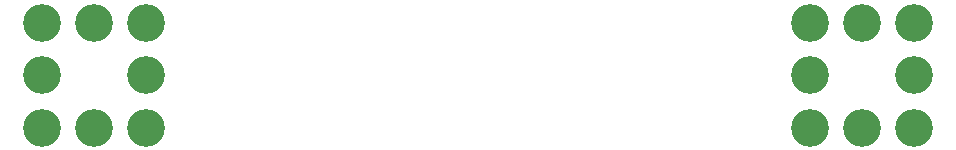
<source format=gbr>
G04 #@! TF.GenerationSoftware,KiCad,Pcbnew,(5.1.6)-1*
G04 #@! TF.CreationDate,2020-12-13T21:15:54+01:00*
G04 #@! TF.ProjectId,AR21_Battery_PCB,41523231-5f42-4617-9474-6572795f5043,rev?*
G04 #@! TF.SameCoordinates,Original*
G04 #@! TF.FileFunction,Copper,L1,Top*
G04 #@! TF.FilePolarity,Positive*
%FSLAX46Y46*%
G04 Gerber Fmt 4.6, Leading zero omitted, Abs format (unit mm)*
G04 Created by KiCad (PCBNEW (5.1.6)-1) date 2020-12-13 21:15:54*
%MOMM*%
%LPD*%
G01*
G04 APERTURE LIST*
G04 #@! TA.AperFunction,ComponentPad*
%ADD10C,3.200000*%
G04 #@! TD*
G04 APERTURE END LIST*
D10*
X103515000Y-97673000D03*
X107950000Y-97673000D03*
X112385000Y-97673000D03*
X103515000Y-102108000D03*
X112385000Y-102108000D03*
X103515000Y-106543000D03*
X107950000Y-106543000D03*
X112385000Y-106543000D03*
X168539000Y-97673000D03*
X172974000Y-97673000D03*
X177409000Y-97673000D03*
X168539000Y-102108000D03*
X177409000Y-102108000D03*
X168539000Y-106543000D03*
X172974000Y-106543000D03*
X177409000Y-106543000D03*
M02*

</source>
